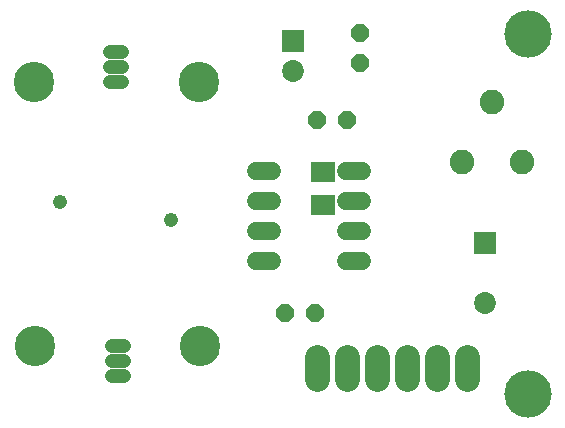
<source format=gts>
G75*
G70*
%OFA0B0*%
%FSLAX24Y24*%
%IPPOS*%
%LPD*%
%AMOC8*
5,1,8,0,0,1.08239X$1,22.5*
%
%ADD10C,0.1580*%
%ADD11C,0.0600*%
%ADD12C,0.0477*%
%ADD13C,0.1346*%
%ADD14C,0.0820*%
%ADD15C,0.0820*%
%ADD16R,0.0789X0.0710*%
%ADD17C,0.0730*%
%ADD18R,0.0730X0.0730*%
%ADD19OC8,0.0600*%
%ADD20C,0.0476*%
D10*
X018650Y006600D03*
X018650Y018600D03*
D11*
X013115Y014051D02*
X012595Y014051D01*
X012595Y013051D02*
X013115Y013051D01*
X013115Y012051D02*
X012595Y012051D01*
X012595Y011051D02*
X013115Y011051D01*
X010115Y011051D02*
X009595Y011051D01*
X009595Y012051D02*
X010115Y012051D01*
X010115Y013051D02*
X009595Y013051D01*
X009595Y014051D02*
X010115Y014051D01*
D12*
X005166Y007204D02*
X004769Y007204D01*
X004769Y007704D02*
X005166Y007704D01*
X005166Y008204D02*
X004769Y008204D01*
X004720Y017008D02*
X005117Y017008D01*
X005117Y017508D02*
X004720Y017508D01*
X004720Y018008D02*
X005117Y018008D01*
D13*
X007668Y017008D03*
X002168Y017008D03*
X002218Y008204D03*
X007718Y008204D03*
D14*
X011613Y007845D02*
X011613Y007105D01*
X012613Y007105D02*
X012613Y007845D01*
X013613Y007845D02*
X013613Y007105D01*
X014613Y007105D02*
X014613Y007845D01*
X015613Y007845D02*
X015613Y007105D01*
X016613Y007105D02*
X016613Y007845D01*
D15*
X016462Y014337D03*
X018462Y014337D03*
X017462Y016337D03*
D16*
X011804Y014014D03*
X011804Y012912D03*
D17*
X017228Y009653D03*
X010804Y017376D03*
D18*
X010804Y018376D03*
X017228Y011653D03*
D19*
X011550Y009300D03*
X010550Y009300D03*
X011600Y015750D03*
X012600Y015750D03*
X013050Y017650D03*
X013050Y018650D03*
D20*
X004950Y017500D03*
X003050Y013000D03*
X006750Y012400D03*
M02*

</source>
